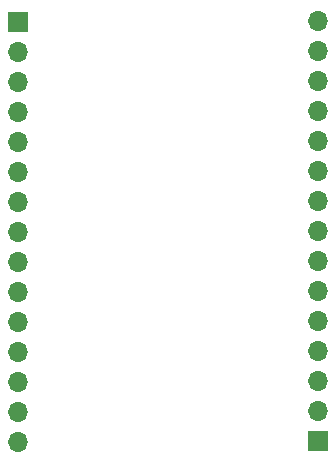
<source format=gbr>
G04 #@! TF.GenerationSoftware,KiCad,Pcbnew,(5.1.6)-1*
G04 #@! TF.CreationDate,2020-12-13T19:23:20+01:00*
G04 #@! TF.ProjectId,ACM Breakout,41434d20-4272-4656-916b-6f75742e6b69,rev?*
G04 #@! TF.SameCoordinates,Original*
G04 #@! TF.FileFunction,Copper,L2,Bot*
G04 #@! TF.FilePolarity,Positive*
%FSLAX46Y46*%
G04 Gerber Fmt 4.6, Leading zero omitted, Abs format (unit mm)*
G04 Created by KiCad (PCBNEW (5.1.6)-1) date 2020-12-13 19:23:20*
%MOMM*%
%LPD*%
G01*
G04 APERTURE LIST*
G04 #@! TA.AperFunction,ComponentPad*
%ADD10R,1.700000X1.700000*%
G04 #@! TD*
G04 #@! TA.AperFunction,ComponentPad*
%ADD11O,1.700000X1.700000*%
G04 #@! TD*
G04 APERTURE END LIST*
D10*
X-12700000Y19000000D03*
D11*
X-12700000Y16460000D03*
X-12700000Y13920000D03*
X-12700000Y11380000D03*
X-12700000Y8840000D03*
X-12700000Y6300000D03*
X-12700000Y3760000D03*
X-12700000Y1220000D03*
X-12700000Y-1320000D03*
X-12700000Y-3860000D03*
X-12700000Y-6400000D03*
X-12700000Y-8940000D03*
X-12700000Y-11480000D03*
X-12700000Y-14020000D03*
X-12700000Y-16560000D03*
X12700000Y19100000D03*
X12700000Y16560000D03*
X12700000Y14020000D03*
X12700000Y11480000D03*
X12700000Y8940000D03*
X12700000Y6400000D03*
X12700000Y3860000D03*
X12700000Y1320000D03*
X12700000Y-1220000D03*
X12700000Y-3760000D03*
X12700000Y-6300000D03*
X12700000Y-8840000D03*
X12700000Y-11380000D03*
X12700000Y-13920000D03*
D10*
X12700000Y-16460000D03*
M02*

</source>
